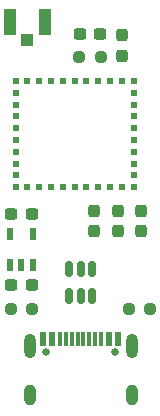
<source format=gbr>
%TF.GenerationSoftware,KiCad,Pcbnew,9.0.6-1.fc42*%
%TF.CreationDate,2025-12-19T16:16:41-05:00*%
%TF.ProjectId,HALOW-USB,48414c4f-572d-4555-9342-2e6b69636164,rev?*%
%TF.SameCoordinates,Original*%
%TF.FileFunction,Soldermask,Top*%
%TF.FilePolarity,Negative*%
%FSLAX46Y46*%
G04 Gerber Fmt 4.6, Leading zero omitted, Abs format (unit mm)*
G04 Created by KiCad (PCBNEW 9.0.6-1.fc42) date 2025-12-19 16:16:41*
%MOMM*%
%LPD*%
G01*
G04 APERTURE LIST*
G04 Aperture macros list*
%AMRoundRect*
0 Rectangle with rounded corners*
0 $1 Rounding radius*
0 $2 $3 $4 $5 $6 $7 $8 $9 X,Y pos of 4 corners*
0 Add a 4 corners polygon primitive as box body*
4,1,4,$2,$3,$4,$5,$6,$7,$8,$9,$2,$3,0*
0 Add four circle primitives for the rounded corners*
1,1,$1+$1,$2,$3*
1,1,$1+$1,$4,$5*
1,1,$1+$1,$6,$7*
1,1,$1+$1,$8,$9*
0 Add four rect primitives between the rounded corners*
20,1,$1+$1,$2,$3,$4,$5,0*
20,1,$1+$1,$4,$5,$6,$7,0*
20,1,$1+$1,$6,$7,$8,$9,0*
20,1,$1+$1,$8,$9,$2,$3,0*%
G04 Aperture macros list end*
%ADD10R,0.600000X1.100000*%
%ADD11C,0.650000*%
%ADD12O,1.000000X2.100000*%
%ADD13O,1.000000X1.800000*%
%ADD14R,0.600000X1.240000*%
%ADD15R,0.300000X1.240000*%
%ADD16RoundRect,0.237500X-0.237500X0.300000X-0.237500X-0.300000X0.237500X-0.300000X0.237500X0.300000X0*%
%ADD17RoundRect,0.150000X0.150000X-0.512500X0.150000X0.512500X-0.150000X0.512500X-0.150000X-0.512500X0*%
%ADD18RoundRect,0.237500X0.250000X0.237500X-0.250000X0.237500X-0.250000X-0.237500X0.250000X-0.237500X0*%
%ADD19RoundRect,0.237500X-0.250000X-0.237500X0.250000X-0.237500X0.250000X0.237500X-0.250000X0.237500X0*%
%ADD20R,1.000000X1.050000*%
%ADD21R,1.050000X2.200000*%
%ADD22RoundRect,0.237500X0.237500X-0.300000X0.237500X0.300000X-0.237500X0.300000X-0.237500X-0.300000X0*%
%ADD23RoundRect,0.237500X-0.300000X-0.237500X0.300000X-0.237500X0.300000X0.237500X-0.300000X0.237500X0*%
%ADD24R,0.600000X0.600000*%
G04 APERTURE END LIST*
D10*
%TO.C,U1*%
X117550000Y-97200000D03*
X119450000Y-97200000D03*
X119450000Y-99800000D03*
X118500000Y-99800000D03*
X117550000Y-99800000D03*
%TD*%
D11*
%TO.C,U2*%
X120600000Y-107152500D03*
X126390000Y-107152500D03*
D12*
X119180000Y-106652500D03*
X127820000Y-106652500D03*
D13*
X127820000Y-110832500D03*
X119180000Y-110832500D03*
D14*
X120300000Y-106032500D03*
X121100000Y-106032500D03*
D15*
X122250000Y-106032500D03*
X123250000Y-106032500D03*
X123750000Y-106032500D03*
X124750000Y-106032500D03*
D14*
X126700000Y-106032500D03*
X125900000Y-106032500D03*
D15*
X125250000Y-106032500D03*
X124250000Y-106032500D03*
X122750000Y-106032500D03*
X121750000Y-106032500D03*
%TD*%
D16*
%TO.C,C2*%
X126700000Y-95200000D03*
X126700000Y-96925000D03*
%TD*%
D17*
%TO.C,U3*%
X122550000Y-102400000D03*
X123500000Y-102400000D03*
X124450000Y-102400000D03*
X124450000Y-100125000D03*
X123500000Y-100125000D03*
X122550000Y-100125000D03*
%TD*%
D18*
%TO.C,R2*%
X119412500Y-103500000D03*
X117587500Y-103500000D03*
%TD*%
D19*
%TO.C,R3*%
X127587500Y-103500000D03*
X129412500Y-103500000D03*
%TD*%
D16*
%TO.C,C3*%
X128600000Y-95200000D03*
X128600000Y-96925000D03*
%TD*%
D20*
%TO.C,JP1*%
X119000000Y-80760000D03*
D21*
X117530000Y-79240000D03*
X120470000Y-79240000D03*
%TD*%
D22*
%TO.C,C1*%
X127000000Y-82062500D03*
X127000000Y-80337500D03*
%TD*%
D23*
%TO.C,C7*%
X123437500Y-80200000D03*
X125162500Y-80200000D03*
%TD*%
%TO.C,C6*%
X117637500Y-95500000D03*
X119362500Y-95500000D03*
%TD*%
D22*
%TO.C,C4*%
X124600000Y-96925000D03*
X124600000Y-95200000D03*
%TD*%
D24*
%TO.C,MM8108-MF1*%
X118000000Y-84200000D03*
X119000000Y-84200000D03*
X120000000Y-84200000D03*
X121000000Y-84200000D03*
X122000000Y-84200000D03*
X123000000Y-84200000D03*
X124000000Y-84200000D03*
X125000000Y-84200000D03*
X126000000Y-84200000D03*
X127000000Y-84200000D03*
X128000000Y-84200000D03*
X128000000Y-85200000D03*
X128000000Y-86200000D03*
X128000000Y-87200000D03*
X128000000Y-88200000D03*
X128000000Y-89200000D03*
X128000000Y-90200000D03*
X128000000Y-91200000D03*
X128000000Y-92200000D03*
X128000000Y-93200000D03*
X127000000Y-93200000D03*
X126000000Y-93200000D03*
X125000000Y-93200000D03*
X124000000Y-93200000D03*
X123000000Y-93200000D03*
X122000000Y-93200000D03*
X121000000Y-93200000D03*
X120000000Y-93200000D03*
X119000000Y-93200000D03*
X118000000Y-93200000D03*
X118000000Y-92200000D03*
X118000000Y-91200000D03*
X118000000Y-90200000D03*
X118000000Y-89200000D03*
X118000000Y-88200000D03*
X118000000Y-87200000D03*
X118000000Y-86200000D03*
X118000000Y-85200000D03*
%TD*%
D18*
%TO.C,R1*%
X125212500Y-82200000D03*
X123387500Y-82200000D03*
%TD*%
D23*
%TO.C,C5*%
X117637500Y-101500000D03*
X119362500Y-101500000D03*
%TD*%
M02*

</source>
